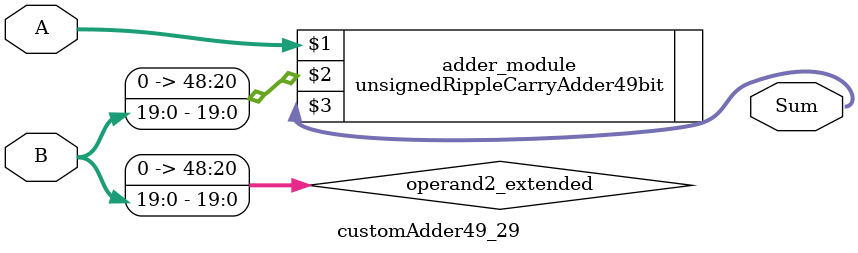
<source format=v>
module customAdder49_29(
                        input [48 : 0] A,
                        input [19 : 0] B,
                        
                        output [49 : 0] Sum
                );

        wire [48 : 0] operand2_extended;
        
        assign operand2_extended =  {29'b0, B};
        
        unsignedRippleCarryAdder49bit adder_module(
            A,
            operand2_extended,
            Sum
        );
        
        endmodule
        
</source>
